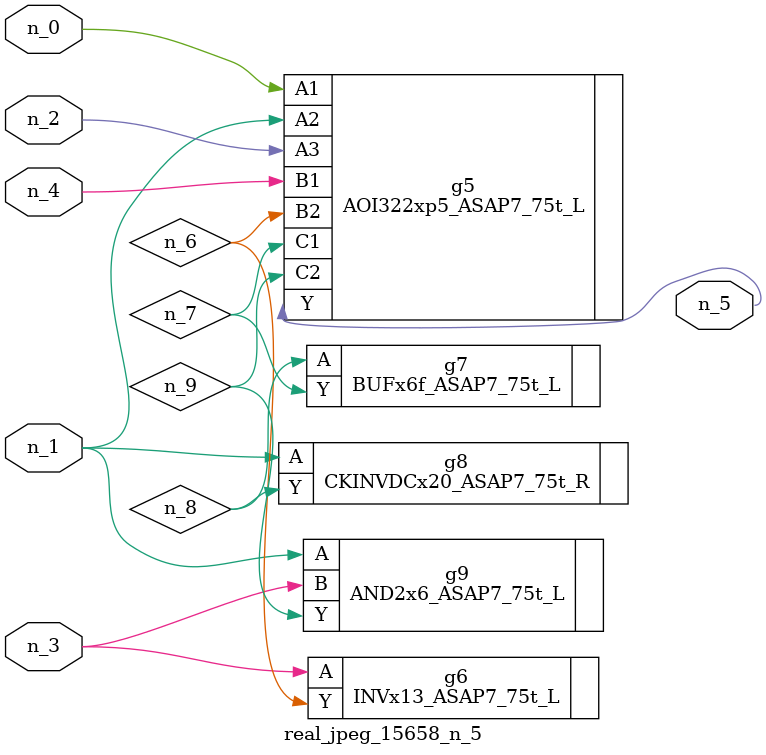
<source format=v>
module real_jpeg_15658_n_5 (n_4, n_0, n_1, n_2, n_3, n_5);

input n_4;
input n_0;
input n_1;
input n_2;
input n_3;

output n_5;

wire n_8;
wire n_6;
wire n_7;
wire n_9;

AOI322xp5_ASAP7_75t_L g5 ( 
.A1(n_0),
.A2(n_1),
.A3(n_2),
.B1(n_4),
.B2(n_6),
.C1(n_7),
.C2(n_9),
.Y(n_5)
);

CKINVDCx20_ASAP7_75t_R g8 ( 
.A(n_1),
.Y(n_8)
);

AND2x6_ASAP7_75t_L g9 ( 
.A(n_1),
.B(n_3),
.Y(n_9)
);

INVx13_ASAP7_75t_L g6 ( 
.A(n_3),
.Y(n_6)
);

BUFx6f_ASAP7_75t_L g7 ( 
.A(n_8),
.Y(n_7)
);


endmodule
</source>
